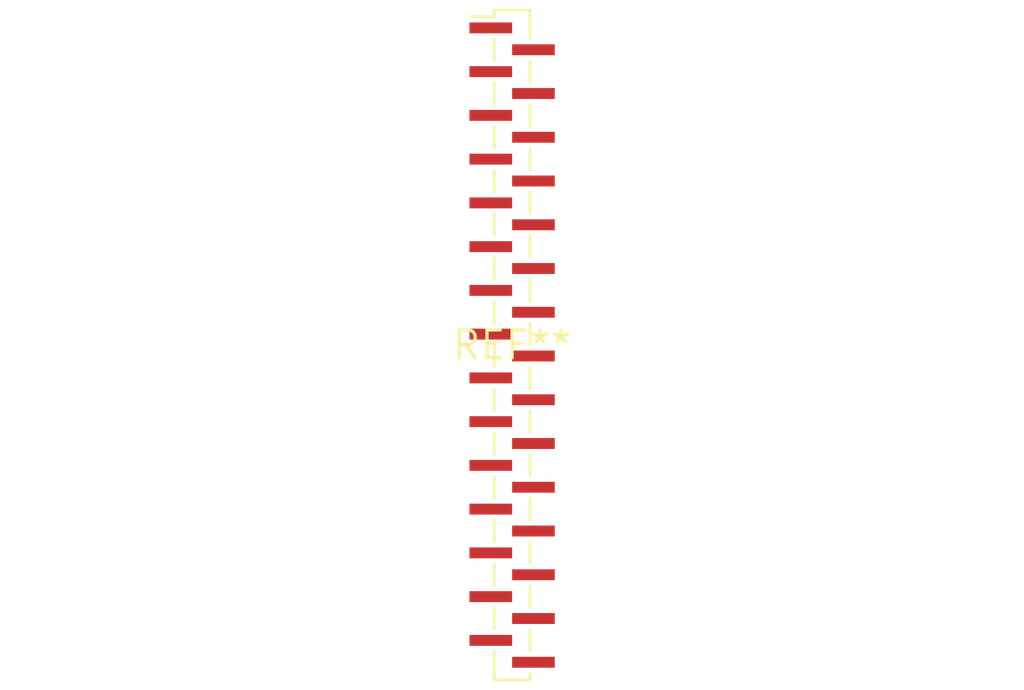
<source format=kicad_pcb>
(kicad_pcb (version 20240108) (generator pcbnew)
  (layers (0 "F.Cu" signal) (31 "B.Cu" signal) (34 "B.Paste" user) (35 "F.Paste" user) (36 "B.SilkS" user "B.Silkscreen") (37 "F.SilkS" user "F.Silkscreen") (38 "B.Mask" user) (39 "F.Mask" user) (44 "Edge.Cuts" user))
  (net 0 "")
  (footprint "PinSocket_1x30_P1.00mm_Vertical_SMD_Pin1Left" (layer "F.Cu") (at 0 0)
    (property "Reference" "REF**")
    (property "Value" "PinSocket_1x30_P1.00mm_Vertical_SMD_Pin1Left")
    (fp_line (start -1.89 -15.01) (end -0.81 -15.01) (layer "F.SilkS") (stroke (width 0.12)))
    (fp_line (start -0.81 -15.31) (end -0.81 -15.01) (layer "F.SilkS") (stroke (width 0.12)))
    (fp_line (start -0.81 -15.31) (end 0.81 -15.31) (layer "F.SilkS") (stroke (width 0.12)))
    (fp_line (start -0.81 -13.99) (end -0.81 -13.01) (layer "F.SilkS") (stroke (width 0.12)))
    (fp_line (start -0.81 -11.99) (end -0.81 -11.01) (layer "F.SilkS") (stroke (width 0.12)))
    (fp_line (start -0.81 -9.99) (end -0.81 -9.01) (layer "F.SilkS") (stroke (width 0.12)))
    (fp_line (start -0.81 -7.99) (end -0.81 -7.01) (layer "F.SilkS") (stroke (width 0.12)))
    (fp_line (start -0.81 -5.99) (end -0.81 -5.01) (layer "F.SilkS") (stroke (width 0.12)))
    (fp_line (start -0.81 -3.99) (end -0.81 -3.01) (layer "F.SilkS") (stroke (width 0.12)))
    (fp_line (start -0.81 -1.99) (end -0.81 -1.01) (layer "F.SilkS") (stroke (width 0.12)))
    (fp_line (start -0.81 0.01) (end -0.81 0.99) (layer "F.SilkS") (stroke (width 0.12)))
    (fp_line (start -0.81 2.01) (end -0.81 2.99) (layer "F.SilkS") (stroke (width 0.12)))
    (fp_line (start -0.81 4.01) (end -0.81 4.99) (layer "F.SilkS") (stroke (width 0.12)))
    (fp_line (start -0.81 6.01) (end -0.81 6.99) (layer "F.SilkS") (stroke (width 0.12)))
    (fp_line (start -0.81 8.01) (end -0.81 8.99) (layer "F.SilkS") (stroke (width 0.12)))
    (fp_line (start -0.81 10.01) (end -0.81 10.99) (layer "F.SilkS") (stroke (width 0.12)))
    (fp_line (start -0.81 12.01) (end -0.81 12.99) (layer "F.SilkS") (stroke (width 0.12)))
    (fp_line (start -0.81 14.01) (end -0.81 15.31) (layer "F.SilkS") (stroke (width 0.12)))
    (fp_line (start -0.81 15.31) (end 0.81 15.31) (layer "F.SilkS") (stroke (width 0.12)))
    (fp_line (start 0.81 -15.31) (end 0.81 -14.01) (layer "F.SilkS") (stroke (width 0.12)))
    (fp_line (start 0.81 -12.99) (end 0.81 -12.01) (layer "F.SilkS") (stroke (width 0.12)))
    (fp_line (start 0.81 -10.99) (end 0.81 -10.01) (layer "F.SilkS") (stroke (width 0.12)))
    (fp_line (start 0.81 -8.99) (end 0.81 -8.01) (layer "F.SilkS") (stroke (width 0.12)))
    (fp_line (start 0.81 -6.99) (end 0.81 -6.01) (layer "F.SilkS") (stroke (width 0.12)))
    (fp_line (start 0.81 -4.99) (end 0.81 -4.01) (layer "F.SilkS") (stroke (width 0.12)))
    (fp_line (start 0.81 -2.99) (end 0.81 -2.01) (layer "F.SilkS") (stroke (width 0.12)))
    (fp_line (start 0.81 -0.99) (end 0.81 -0.01) (layer "F.SilkS") (stroke (width 0.12)))
    (fp_line (start 0.81 1.01) (end 0.81 1.99) (layer "F.SilkS") (stroke (width 0.12)))
    (fp_line (start 0.81 3.01) (end 0.81 3.99) (layer "F.SilkS") (stroke (width 0.12)))
    (fp_line (start 0.81 5.01) (end 0.81 5.99) (layer "F.SilkS") (stroke (width 0.12)))
    (fp_line (start 0.81 7.01) (end 0.81 7.99) (layer "F.SilkS") (stroke (width 0.12)))
    (fp_line (start 0.81 9.01) (end 0.81 9.99) (layer "F.SilkS") (stroke (width 0.12)))
    (fp_line (start 0.81 11.01) (end 0.81 11.99) (layer "F.SilkS") (stroke (width 0.12)))
    (fp_line (start 0.81 13.01) (end 0.81 13.99) (layer "F.SilkS") (stroke (width 0.12)))
    (fp_line (start 0.81 15.01) (end 0.81 15.31) (layer "F.SilkS") (stroke (width 0.12)))
    (pad "1" smd rect (at -0.975 -14.5) (size 1.95 0.5) (layers "F.Cu" "F.Paste" "F.Mask"))
    (pad "2" smd rect (at 0.975 -13.5) (size 1.95 0.5) (layers "F.Cu" "F.Paste" "F.Mask"))
    (pad "3" smd rect (at -0.975 -12.5) (size 1.95 0.5) (layers "F.Cu" "F.Paste" "F.Mask"))
    (pad "4" smd rect (at 0.975 -11.5) (size 1.95 0.5) (layers "F.Cu" "F.Paste" "F.Mask"))
    (pad "5" smd rect (at -0.975 -10.5) (size 1.95 0.5) (layers "F.Cu" "F.Paste" "F.Mask"))
    (pad "6" smd rect (at 0.975 -9.5) (size 1.95 0.5) (layers "F.Cu" "F.Paste" "F.Mask"))
    (pad "7" smd rect (at -0.975 -8.5) (size 1.95 0.5) (layers "F.Cu" "F.Paste" "F.Mask"))
    (pad "8" smd rect (at 0.975 -7.5) (size 1.95 0.5) (layers "F.Cu" "F.Paste" "F.Mask"))
    (pad "9" smd rect (at -0.975 -6.5) (size 1.95 0.5) (layers "F.Cu" "F.Paste" "F.Mask"))
    (pad "10" smd rect (at 0.975 -5.5) (size 1.95 0.5) (layers "F.Cu" "F.Paste" "F.Mask"))
    (pad "11" smd rect (at -0.975 -4.5) (size 1.95 0.5) (layers "F.Cu" "F.Paste" "F.Mask"))
    (pad "12" smd rect (at 0.975 -3.5) (size 1.95 0.5) (layers "F.Cu" "F.Paste" "F.Mask"))
    (pad "13" smd rect (at -0.975 -2.5) (size 1.95 0.5) (layers "F.Cu" "F.Paste" "F.Mask"))
    (pad "14" smd rect (at 0.975 -1.5) (size 1.95 0.5) (layers "F.Cu" "F.Paste" "F.Mask"))
    (pad "15" smd rect (at -0.975 -0.5) (size 1.95 0.5) (layers "F.Cu" "F.Paste" "F.Mask"))
    (pad "16" smd rect (at 0.975 0.5) (size 1.95 0.5) (layers "F.Cu" "F.Paste" "F.Mask"))
    (pad "17" smd rect (at -0.975 1.5) (size 1.95 0.5) (layers "F.Cu" "F.Paste" "F.Mask"))
    (pad "18" smd rect (at 0.975 2.5) (size 1.95 0.5) (layers "F.Cu" "F.Paste" "F.Mask"))
    (pad "19" smd rect (at -0.975 3.5) (size 1.95 0.5) (layers "F.Cu" "F.Paste" "F.Mask"))
    (pad "20" smd rect (at 0.975 4.5) (size 1.95 0.5) (layers "F.Cu" "F.Paste" "F.Mask"))
    (pad "21" smd rect (at -0.975 5.5) (size 1.95 0.5) (layers "F.Cu" "F.Paste" "F.Mask"))
    (pad "22" smd rect (at 0.975 6.5) (size 1.95 0.5) (layers "F.Cu" "F.Paste" "F.Mask"))
    (pad "23" smd rect (at -0.975 7.5) (size 1.95 0.5) (layers "F.Cu" "F.Paste" "F.Mask"))
    (pad "24" smd rect (at 0.975 8.5) (size 1.95 0.5) (layers "F.Cu" "F.Paste" "F.Mask"))
    (pad "25" smd rect (at -0.975 9.5) (size 1.95 0.5) (layers "F.Cu" "F.Paste" "F.Mask"))
    (pad "26" smd rect (at 0.975 10.5) (size 1.95 0.5) (layers "F.Cu" "F.Paste" "F.Mask"))
    (pad "27" smd rect (at -0.975 11.5) (size 1.95 0.5) (layers "F.Cu" "F.Paste" "F.Mask"))
    (pad "28" smd rect (at 0.975 12.5) (size 1.95 0.5) (layers "F.Cu" "F.Paste" "F.Mask"))
    (pad "29" smd rect (at -0.975 13.5) (size 1.95 0.5) (layers "F.Cu" "F.Paste" "F.Mask"))
    (pad "30" smd rect (at 0.975 14.5) (size 1.95 0.5) (layers "F.Cu" "F.Paste" "F.Mask"))
  )
)
</source>
